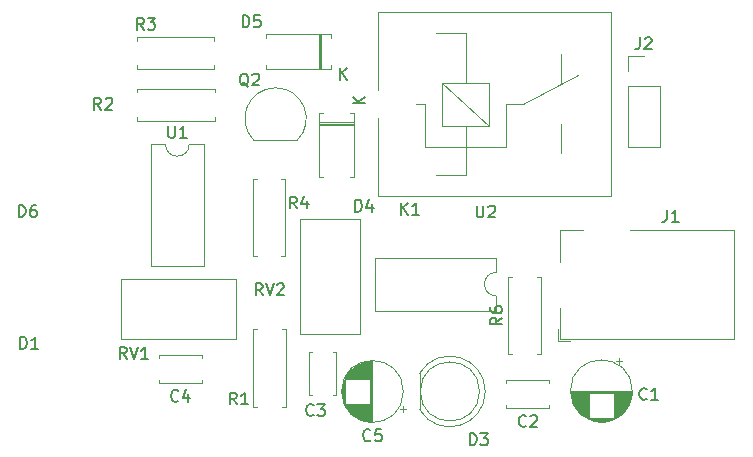
<source format=gbr>
G04 #@! TF.GenerationSoftware,KiCad,Pcbnew,(5.1.4)-1*
G04 #@! TF.CreationDate,2020-05-23T20:06:20+05:30*
G04 #@! TF.ProjectId,v1.0,76312e30-2e6b-4696-9361-645f70636258,rev?*
G04 #@! TF.SameCoordinates,Original*
G04 #@! TF.FileFunction,Legend,Top*
G04 #@! TF.FilePolarity,Positive*
%FSLAX46Y46*%
G04 Gerber Fmt 4.6, Leading zero omitted, Abs format (unit mm)*
G04 Created by KiCad (PCBNEW (5.1.4)-1) date 2020-05-23 20:06:20*
%MOMM*%
%LPD*%
G04 APERTURE LIST*
%ADD10C,0.120000*%
%ADD11C,0.150000*%
G04 APERTURE END LIST*
D10*
X138090000Y-119720000D02*
X139420000Y-119720000D01*
X138090000Y-121050000D02*
X138090000Y-119720000D01*
X138090000Y-122320000D02*
X140750000Y-122320000D01*
X140750000Y-122320000D02*
X140750000Y-127460000D01*
X138090000Y-122320000D02*
X138090000Y-127460000D01*
X138090000Y-127460000D02*
X140750000Y-127460000D01*
X110078478Y-126878478D02*
G75*
G03X108240000Y-122440000I-1838478J1838478D01*
G01*
X106401522Y-126878478D02*
G75*
G02X108240000Y-122440000I1838478J1838478D01*
G01*
X106440000Y-126890000D02*
X110040000Y-126890000D01*
X132360000Y-143690000D02*
X132360000Y-141090000D01*
X147060000Y-143690000D02*
X132360000Y-143690000D01*
X132360000Y-134490000D02*
X134260000Y-134490000D01*
X132360000Y-137190000D02*
X132360000Y-134490000D01*
X147060000Y-134490000D02*
X147060000Y-143690000D01*
X138260000Y-134490000D02*
X147060000Y-134490000D01*
X133210000Y-143890000D02*
X132160000Y-143890000D01*
X132160000Y-142840000D02*
X132160000Y-143890000D01*
X126330000Y-125640000D02*
X122330000Y-125640000D01*
X126330000Y-122040000D02*
X126330000Y-125640000D01*
X122330000Y-122040000D02*
X126330000Y-122040000D01*
X122330000Y-125640000D02*
X122330000Y-122040000D01*
X126330000Y-125640000D02*
X122330000Y-122040000D01*
X124330000Y-125640000D02*
X124330000Y-129840000D01*
X124330000Y-117840000D02*
X124330000Y-122040000D01*
X120930000Y-123840000D02*
X120930000Y-127440000D01*
X127730000Y-123840000D02*
X127730000Y-127440000D01*
X127730000Y-127440000D02*
X120930000Y-127440000D01*
X129230000Y-123840000D02*
X133830000Y-121340000D01*
X127730000Y-123840000D02*
X129230000Y-123840000D01*
X124330000Y-117840000D02*
X121830000Y-117840000D01*
X120930000Y-123840000D02*
X120130000Y-123840000D01*
X121830000Y-129840000D02*
X124330000Y-129840000D01*
X132430000Y-119590000D02*
X132430000Y-122090000D01*
X132430000Y-127990000D02*
X132430000Y-125540000D01*
X136680000Y-131590000D02*
X116880000Y-131590000D01*
X136680000Y-115990000D02*
X136680000Y-131590000D01*
X116880000Y-115990000D02*
X136680000Y-115990000D01*
X116880000Y-115990000D02*
X116880000Y-122590000D01*
X116880000Y-124990000D02*
X116880000Y-131590000D01*
X137545000Y-145545225D02*
X137045000Y-145545225D01*
X137295000Y-145295225D02*
X137295000Y-145795225D01*
X136104000Y-150701000D02*
X135536000Y-150701000D01*
X136338000Y-150661000D02*
X135302000Y-150661000D01*
X136497000Y-150621000D02*
X135143000Y-150621000D01*
X136625000Y-150581000D02*
X135015000Y-150581000D01*
X136735000Y-150541000D02*
X134905000Y-150541000D01*
X136831000Y-150501000D02*
X134809000Y-150501000D01*
X136918000Y-150461000D02*
X134722000Y-150461000D01*
X136998000Y-150421000D02*
X134642000Y-150421000D01*
X134780000Y-150381000D02*
X134569000Y-150381000D01*
X137071000Y-150381000D02*
X136860000Y-150381000D01*
X134780000Y-150341000D02*
X134501000Y-150341000D01*
X137139000Y-150341000D02*
X136860000Y-150341000D01*
X134780000Y-150301000D02*
X134437000Y-150301000D01*
X137203000Y-150301000D02*
X136860000Y-150301000D01*
X134780000Y-150261000D02*
X134377000Y-150261000D01*
X137263000Y-150261000D02*
X136860000Y-150261000D01*
X134780000Y-150221000D02*
X134320000Y-150221000D01*
X137320000Y-150221000D02*
X136860000Y-150221000D01*
X134780000Y-150181000D02*
X134266000Y-150181000D01*
X137374000Y-150181000D02*
X136860000Y-150181000D01*
X134780000Y-150141000D02*
X134215000Y-150141000D01*
X137425000Y-150141000D02*
X136860000Y-150141000D01*
X134780000Y-150101000D02*
X134167000Y-150101000D01*
X137473000Y-150101000D02*
X136860000Y-150101000D01*
X134780000Y-150061000D02*
X134121000Y-150061000D01*
X137519000Y-150061000D02*
X136860000Y-150061000D01*
X134780000Y-150021000D02*
X134077000Y-150021000D01*
X137563000Y-150021000D02*
X136860000Y-150021000D01*
X134780000Y-149981000D02*
X134035000Y-149981000D01*
X137605000Y-149981000D02*
X136860000Y-149981000D01*
X134780000Y-149941000D02*
X133994000Y-149941000D01*
X137646000Y-149941000D02*
X136860000Y-149941000D01*
X134780000Y-149901000D02*
X133956000Y-149901000D01*
X137684000Y-149901000D02*
X136860000Y-149901000D01*
X134780000Y-149861000D02*
X133919000Y-149861000D01*
X137721000Y-149861000D02*
X136860000Y-149861000D01*
X134780000Y-149821000D02*
X133883000Y-149821000D01*
X137757000Y-149821000D02*
X136860000Y-149821000D01*
X134780000Y-149781000D02*
X133849000Y-149781000D01*
X137791000Y-149781000D02*
X136860000Y-149781000D01*
X134780000Y-149741000D02*
X133816000Y-149741000D01*
X137824000Y-149741000D02*
X136860000Y-149741000D01*
X134780000Y-149701000D02*
X133785000Y-149701000D01*
X137855000Y-149701000D02*
X136860000Y-149701000D01*
X134780000Y-149661000D02*
X133755000Y-149661000D01*
X137885000Y-149661000D02*
X136860000Y-149661000D01*
X134780000Y-149621000D02*
X133725000Y-149621000D01*
X137915000Y-149621000D02*
X136860000Y-149621000D01*
X134780000Y-149581000D02*
X133698000Y-149581000D01*
X137942000Y-149581000D02*
X136860000Y-149581000D01*
X134780000Y-149541000D02*
X133671000Y-149541000D01*
X137969000Y-149541000D02*
X136860000Y-149541000D01*
X134780000Y-149501000D02*
X133645000Y-149501000D01*
X137995000Y-149501000D02*
X136860000Y-149501000D01*
X134780000Y-149461000D02*
X133620000Y-149461000D01*
X138020000Y-149461000D02*
X136860000Y-149461000D01*
X134780000Y-149421000D02*
X133596000Y-149421000D01*
X138044000Y-149421000D02*
X136860000Y-149421000D01*
X134780000Y-149381000D02*
X133573000Y-149381000D01*
X138067000Y-149381000D02*
X136860000Y-149381000D01*
X134780000Y-149341000D02*
X133552000Y-149341000D01*
X138088000Y-149341000D02*
X136860000Y-149341000D01*
X134780000Y-149301000D02*
X133530000Y-149301000D01*
X138110000Y-149301000D02*
X136860000Y-149301000D01*
X134780000Y-149261000D02*
X133510000Y-149261000D01*
X138130000Y-149261000D02*
X136860000Y-149261000D01*
X134780000Y-149221000D02*
X133491000Y-149221000D01*
X138149000Y-149221000D02*
X136860000Y-149221000D01*
X134780000Y-149181000D02*
X133472000Y-149181000D01*
X138168000Y-149181000D02*
X136860000Y-149181000D01*
X134780000Y-149141000D02*
X133455000Y-149141000D01*
X138185000Y-149141000D02*
X136860000Y-149141000D01*
X134780000Y-149101000D02*
X133438000Y-149101000D01*
X138202000Y-149101000D02*
X136860000Y-149101000D01*
X134780000Y-149061000D02*
X133422000Y-149061000D01*
X138218000Y-149061000D02*
X136860000Y-149061000D01*
X134780000Y-149021000D02*
X133406000Y-149021000D01*
X138234000Y-149021000D02*
X136860000Y-149021000D01*
X134780000Y-148981000D02*
X133392000Y-148981000D01*
X138248000Y-148981000D02*
X136860000Y-148981000D01*
X134780000Y-148941000D02*
X133378000Y-148941000D01*
X138262000Y-148941000D02*
X136860000Y-148941000D01*
X134780000Y-148901000D02*
X133365000Y-148901000D01*
X138275000Y-148901000D02*
X136860000Y-148901000D01*
X134780000Y-148861000D02*
X133352000Y-148861000D01*
X138288000Y-148861000D02*
X136860000Y-148861000D01*
X134780000Y-148821000D02*
X133340000Y-148821000D01*
X138300000Y-148821000D02*
X136860000Y-148821000D01*
X134780000Y-148780000D02*
X133329000Y-148780000D01*
X138311000Y-148780000D02*
X136860000Y-148780000D01*
X134780000Y-148740000D02*
X133319000Y-148740000D01*
X138321000Y-148740000D02*
X136860000Y-148740000D01*
X134780000Y-148700000D02*
X133309000Y-148700000D01*
X138331000Y-148700000D02*
X136860000Y-148700000D01*
X134780000Y-148660000D02*
X133300000Y-148660000D01*
X138340000Y-148660000D02*
X136860000Y-148660000D01*
X134780000Y-148620000D02*
X133292000Y-148620000D01*
X138348000Y-148620000D02*
X136860000Y-148620000D01*
X134780000Y-148580000D02*
X133284000Y-148580000D01*
X138356000Y-148580000D02*
X136860000Y-148580000D01*
X134780000Y-148540000D02*
X133277000Y-148540000D01*
X138363000Y-148540000D02*
X136860000Y-148540000D01*
X134780000Y-148500000D02*
X133270000Y-148500000D01*
X138370000Y-148500000D02*
X136860000Y-148500000D01*
X134780000Y-148460000D02*
X133264000Y-148460000D01*
X138376000Y-148460000D02*
X136860000Y-148460000D01*
X134780000Y-148420000D02*
X133259000Y-148420000D01*
X138381000Y-148420000D02*
X136860000Y-148420000D01*
X134780000Y-148380000D02*
X133255000Y-148380000D01*
X138385000Y-148380000D02*
X136860000Y-148380000D01*
X134780000Y-148340000D02*
X133251000Y-148340000D01*
X138389000Y-148340000D02*
X136860000Y-148340000D01*
X138393000Y-148300000D02*
X133247000Y-148300000D01*
X138396000Y-148260000D02*
X133244000Y-148260000D01*
X138398000Y-148220000D02*
X133242000Y-148220000D01*
X138399000Y-148180000D02*
X133241000Y-148180000D01*
X138400000Y-148140000D02*
X133240000Y-148140000D01*
X138400000Y-148100000D02*
X133240000Y-148100000D01*
X138440000Y-148100000D02*
G75*
G03X138440000Y-148100000I-2620000J0D01*
G01*
X131430000Y-149560000D02*
X127790000Y-149560000D01*
X131430000Y-147220000D02*
X127790000Y-147220000D01*
X131430000Y-149560000D02*
X131430000Y-149315000D01*
X131430000Y-147465000D02*
X131430000Y-147220000D01*
X127790000Y-149560000D02*
X127790000Y-149315000D01*
X127790000Y-147465000D02*
X127790000Y-147220000D01*
X113390000Y-144790000D02*
X113390000Y-148430000D01*
X111050000Y-144790000D02*
X111050000Y-148430000D01*
X113390000Y-144790000D02*
X113145000Y-144790000D01*
X111295000Y-144790000D02*
X111050000Y-144790000D01*
X113390000Y-148430000D02*
X113145000Y-148430000D01*
X111295000Y-148430000D02*
X111050000Y-148430000D01*
X98350000Y-145335000D02*
X98350000Y-145090000D01*
X98350000Y-147430000D02*
X98350000Y-147185000D01*
X101990000Y-145335000D02*
X101990000Y-145090000D01*
X101990000Y-147430000D02*
X101990000Y-147185000D01*
X101990000Y-145090000D02*
X98350000Y-145090000D01*
X101990000Y-147430000D02*
X98350000Y-147430000D01*
X119060000Y-148150000D02*
G75*
G03X119060000Y-148150000I-2620000J0D01*
G01*
X116440000Y-150730000D02*
X116440000Y-145570000D01*
X116400000Y-150730000D02*
X116400000Y-145570000D01*
X116360000Y-150729000D02*
X116360000Y-145571000D01*
X116320000Y-150728000D02*
X116320000Y-145572000D01*
X116280000Y-150726000D02*
X116280000Y-145574000D01*
X116240000Y-150723000D02*
X116240000Y-145577000D01*
X116200000Y-150719000D02*
X116200000Y-149190000D01*
X116200000Y-147110000D02*
X116200000Y-145581000D01*
X116160000Y-150715000D02*
X116160000Y-149190000D01*
X116160000Y-147110000D02*
X116160000Y-145585000D01*
X116120000Y-150711000D02*
X116120000Y-149190000D01*
X116120000Y-147110000D02*
X116120000Y-145589000D01*
X116080000Y-150706000D02*
X116080000Y-149190000D01*
X116080000Y-147110000D02*
X116080000Y-145594000D01*
X116040000Y-150700000D02*
X116040000Y-149190000D01*
X116040000Y-147110000D02*
X116040000Y-145600000D01*
X116000000Y-150693000D02*
X116000000Y-149190000D01*
X116000000Y-147110000D02*
X116000000Y-145607000D01*
X115960000Y-150686000D02*
X115960000Y-149190000D01*
X115960000Y-147110000D02*
X115960000Y-145614000D01*
X115920000Y-150678000D02*
X115920000Y-149190000D01*
X115920000Y-147110000D02*
X115920000Y-145622000D01*
X115880000Y-150670000D02*
X115880000Y-149190000D01*
X115880000Y-147110000D02*
X115880000Y-145630000D01*
X115840000Y-150661000D02*
X115840000Y-149190000D01*
X115840000Y-147110000D02*
X115840000Y-145639000D01*
X115800000Y-150651000D02*
X115800000Y-149190000D01*
X115800000Y-147110000D02*
X115800000Y-145649000D01*
X115760000Y-150641000D02*
X115760000Y-149190000D01*
X115760000Y-147110000D02*
X115760000Y-145659000D01*
X115719000Y-150630000D02*
X115719000Y-149190000D01*
X115719000Y-147110000D02*
X115719000Y-145670000D01*
X115679000Y-150618000D02*
X115679000Y-149190000D01*
X115679000Y-147110000D02*
X115679000Y-145682000D01*
X115639000Y-150605000D02*
X115639000Y-149190000D01*
X115639000Y-147110000D02*
X115639000Y-145695000D01*
X115599000Y-150592000D02*
X115599000Y-149190000D01*
X115599000Y-147110000D02*
X115599000Y-145708000D01*
X115559000Y-150578000D02*
X115559000Y-149190000D01*
X115559000Y-147110000D02*
X115559000Y-145722000D01*
X115519000Y-150564000D02*
X115519000Y-149190000D01*
X115519000Y-147110000D02*
X115519000Y-145736000D01*
X115479000Y-150548000D02*
X115479000Y-149190000D01*
X115479000Y-147110000D02*
X115479000Y-145752000D01*
X115439000Y-150532000D02*
X115439000Y-149190000D01*
X115439000Y-147110000D02*
X115439000Y-145768000D01*
X115399000Y-150515000D02*
X115399000Y-149190000D01*
X115399000Y-147110000D02*
X115399000Y-145785000D01*
X115359000Y-150498000D02*
X115359000Y-149190000D01*
X115359000Y-147110000D02*
X115359000Y-145802000D01*
X115319000Y-150479000D02*
X115319000Y-149190000D01*
X115319000Y-147110000D02*
X115319000Y-145821000D01*
X115279000Y-150460000D02*
X115279000Y-149190000D01*
X115279000Y-147110000D02*
X115279000Y-145840000D01*
X115239000Y-150440000D02*
X115239000Y-149190000D01*
X115239000Y-147110000D02*
X115239000Y-145860000D01*
X115199000Y-150418000D02*
X115199000Y-149190000D01*
X115199000Y-147110000D02*
X115199000Y-145882000D01*
X115159000Y-150397000D02*
X115159000Y-149190000D01*
X115159000Y-147110000D02*
X115159000Y-145903000D01*
X115119000Y-150374000D02*
X115119000Y-149190000D01*
X115119000Y-147110000D02*
X115119000Y-145926000D01*
X115079000Y-150350000D02*
X115079000Y-149190000D01*
X115079000Y-147110000D02*
X115079000Y-145950000D01*
X115039000Y-150325000D02*
X115039000Y-149190000D01*
X115039000Y-147110000D02*
X115039000Y-145975000D01*
X114999000Y-150299000D02*
X114999000Y-149190000D01*
X114999000Y-147110000D02*
X114999000Y-146001000D01*
X114959000Y-150272000D02*
X114959000Y-149190000D01*
X114959000Y-147110000D02*
X114959000Y-146028000D01*
X114919000Y-150245000D02*
X114919000Y-149190000D01*
X114919000Y-147110000D02*
X114919000Y-146055000D01*
X114879000Y-150215000D02*
X114879000Y-149190000D01*
X114879000Y-147110000D02*
X114879000Y-146085000D01*
X114839000Y-150185000D02*
X114839000Y-149190000D01*
X114839000Y-147110000D02*
X114839000Y-146115000D01*
X114799000Y-150154000D02*
X114799000Y-149190000D01*
X114799000Y-147110000D02*
X114799000Y-146146000D01*
X114759000Y-150121000D02*
X114759000Y-149190000D01*
X114759000Y-147110000D02*
X114759000Y-146179000D01*
X114719000Y-150087000D02*
X114719000Y-149190000D01*
X114719000Y-147110000D02*
X114719000Y-146213000D01*
X114679000Y-150051000D02*
X114679000Y-149190000D01*
X114679000Y-147110000D02*
X114679000Y-146249000D01*
X114639000Y-150014000D02*
X114639000Y-149190000D01*
X114639000Y-147110000D02*
X114639000Y-146286000D01*
X114599000Y-149976000D02*
X114599000Y-149190000D01*
X114599000Y-147110000D02*
X114599000Y-146324000D01*
X114559000Y-149935000D02*
X114559000Y-149190000D01*
X114559000Y-147110000D02*
X114559000Y-146365000D01*
X114519000Y-149893000D02*
X114519000Y-149190000D01*
X114519000Y-147110000D02*
X114519000Y-146407000D01*
X114479000Y-149849000D02*
X114479000Y-149190000D01*
X114479000Y-147110000D02*
X114479000Y-146451000D01*
X114439000Y-149803000D02*
X114439000Y-149190000D01*
X114439000Y-147110000D02*
X114439000Y-146497000D01*
X114399000Y-149755000D02*
X114399000Y-149190000D01*
X114399000Y-147110000D02*
X114399000Y-146545000D01*
X114359000Y-149704000D02*
X114359000Y-149190000D01*
X114359000Y-147110000D02*
X114359000Y-146596000D01*
X114319000Y-149650000D02*
X114319000Y-149190000D01*
X114319000Y-147110000D02*
X114319000Y-146650000D01*
X114279000Y-149593000D02*
X114279000Y-149190000D01*
X114279000Y-147110000D02*
X114279000Y-146707000D01*
X114239000Y-149533000D02*
X114239000Y-149190000D01*
X114239000Y-147110000D02*
X114239000Y-146767000D01*
X114199000Y-149469000D02*
X114199000Y-149190000D01*
X114199000Y-147110000D02*
X114199000Y-146831000D01*
X114159000Y-149401000D02*
X114159000Y-149190000D01*
X114159000Y-147110000D02*
X114159000Y-146899000D01*
X114119000Y-149328000D02*
X114119000Y-146972000D01*
X114079000Y-149248000D02*
X114079000Y-147052000D01*
X114039000Y-149161000D02*
X114039000Y-147139000D01*
X113999000Y-149065000D02*
X113999000Y-147235000D01*
X113959000Y-148955000D02*
X113959000Y-147345000D01*
X113919000Y-148827000D02*
X113919000Y-147473000D01*
X113879000Y-148668000D02*
X113879000Y-147632000D01*
X113839000Y-148434000D02*
X113839000Y-147866000D01*
X119244775Y-149625000D02*
X118744775Y-149625000D01*
X118994775Y-149875000D02*
X118994775Y-149375000D01*
X125990000Y-148150462D02*
G75*
G03X120440000Y-146605170I-2990000J462D01*
G01*
X125990000Y-148149538D02*
G75*
G02X120440000Y-149694830I-2990000J-462D01*
G01*
X125500000Y-148150000D02*
G75*
G03X125500000Y-148150000I-2500000J0D01*
G01*
X120440000Y-146605000D02*
X120440000Y-149695000D01*
X114560000Y-124590000D02*
X114890000Y-124590000D01*
X114890000Y-124590000D02*
X114890000Y-130030000D01*
X114890000Y-130030000D02*
X114560000Y-130030000D01*
X112280000Y-124590000D02*
X111950000Y-124590000D01*
X111950000Y-124590000D02*
X111950000Y-130030000D01*
X111950000Y-130030000D02*
X112280000Y-130030000D01*
X114890000Y-125490000D02*
X111950000Y-125490000D01*
X114890000Y-125610000D02*
X111950000Y-125610000D01*
X114890000Y-125370000D02*
X111950000Y-125370000D01*
X112120000Y-120860000D02*
X112120000Y-117920000D01*
X111880000Y-120860000D02*
X111880000Y-117920000D01*
X112000000Y-120860000D02*
X112000000Y-117920000D01*
X107460000Y-117920000D02*
X107460000Y-118250000D01*
X112900000Y-117920000D02*
X107460000Y-117920000D01*
X112900000Y-118250000D02*
X112900000Y-117920000D01*
X107460000Y-120860000D02*
X107460000Y-120530000D01*
X112900000Y-120860000D02*
X107460000Y-120860000D01*
X112900000Y-120530000D02*
X112900000Y-120860000D01*
X108780000Y-142890000D02*
X109110000Y-142890000D01*
X109110000Y-142890000D02*
X109110000Y-149430000D01*
X109110000Y-149430000D02*
X108780000Y-149430000D01*
X106700000Y-142890000D02*
X106370000Y-142890000D01*
X106370000Y-142890000D02*
X106370000Y-149430000D01*
X106370000Y-149430000D02*
X106700000Y-149430000D01*
X103090000Y-125240000D02*
X103090000Y-124910000D01*
X96550000Y-125240000D02*
X103090000Y-125240000D01*
X96550000Y-124910000D02*
X96550000Y-125240000D01*
X103090000Y-122500000D02*
X103090000Y-122830000D01*
X96550000Y-122500000D02*
X103090000Y-122500000D01*
X96550000Y-122830000D02*
X96550000Y-122500000D01*
X103060000Y-120850000D02*
X103060000Y-120520000D01*
X96520000Y-120850000D02*
X103060000Y-120850000D01*
X96520000Y-120520000D02*
X96520000Y-120850000D01*
X103060000Y-118110000D02*
X103060000Y-118440000D01*
X96520000Y-118110000D02*
X103060000Y-118110000D01*
X96520000Y-118440000D02*
X96520000Y-118110000D01*
X108740000Y-130150000D02*
X109070000Y-130150000D01*
X109070000Y-130150000D02*
X109070000Y-136690000D01*
X109070000Y-136690000D02*
X108740000Y-136690000D01*
X106660000Y-130150000D02*
X106330000Y-130150000D01*
X106330000Y-130150000D02*
X106330000Y-136690000D01*
X106330000Y-136690000D02*
X106660000Y-136690000D01*
X130690000Y-138460000D02*
X130360000Y-138460000D01*
X130690000Y-145000000D02*
X130690000Y-138460000D01*
X130360000Y-145000000D02*
X130690000Y-145000000D01*
X127950000Y-138460000D02*
X128280000Y-138460000D01*
X127950000Y-145000000D02*
X127950000Y-138460000D01*
X128280000Y-145000000D02*
X127950000Y-145000000D01*
X104915000Y-138650000D02*
X104915000Y-143720000D01*
X95145000Y-138650000D02*
X95145000Y-143720000D01*
X95145000Y-143720000D02*
X104915000Y-143720000D01*
X95145000Y-138650000D02*
X104915000Y-138650000D01*
X110280000Y-143285000D02*
X110280000Y-133515000D01*
X115350000Y-143285000D02*
X115350000Y-133515000D01*
X110280000Y-143285000D02*
X115350000Y-143285000D01*
X110280000Y-133515000D02*
X115350000Y-133515000D01*
X102170000Y-127230000D02*
X100920000Y-127230000D01*
X102170000Y-137510000D02*
X102170000Y-127230000D01*
X97670000Y-137510000D02*
X102170000Y-137510000D01*
X97670000Y-127230000D02*
X97670000Y-137510000D01*
X98920000Y-127230000D02*
X97670000Y-127230000D01*
X100920000Y-127230000D02*
G75*
G02X98920000Y-127230000I-1000000J0D01*
G01*
X126930000Y-140060000D02*
G75*
G02X126930000Y-138060000I0J1000000D01*
G01*
X126930000Y-138060000D02*
X126930000Y-136810000D01*
X126930000Y-136810000D02*
X116650000Y-136810000D01*
X116650000Y-136810000D02*
X116650000Y-141310000D01*
X116650000Y-141310000D02*
X126930000Y-141310000D01*
X126930000Y-141310000D02*
X126930000Y-140060000D01*
D11*
X139086666Y-118172380D02*
X139086666Y-118886666D01*
X139039047Y-119029523D01*
X138943809Y-119124761D01*
X138800952Y-119172380D01*
X138705714Y-119172380D01*
X139515238Y-118267619D02*
X139562857Y-118220000D01*
X139658095Y-118172380D01*
X139896190Y-118172380D01*
X139991428Y-118220000D01*
X140039047Y-118267619D01*
X140086666Y-118362857D01*
X140086666Y-118458095D01*
X140039047Y-118600952D01*
X139467619Y-119172380D01*
X140086666Y-119172380D01*
X105944761Y-122337619D02*
X105849523Y-122290000D01*
X105754285Y-122194761D01*
X105611428Y-122051904D01*
X105516190Y-122004285D01*
X105420952Y-122004285D01*
X105468571Y-122242380D02*
X105373333Y-122194761D01*
X105278095Y-122099523D01*
X105230476Y-121909047D01*
X105230476Y-121575714D01*
X105278095Y-121385238D01*
X105373333Y-121290000D01*
X105468571Y-121242380D01*
X105659047Y-121242380D01*
X105754285Y-121290000D01*
X105849523Y-121385238D01*
X105897142Y-121575714D01*
X105897142Y-121909047D01*
X105849523Y-122099523D01*
X105754285Y-122194761D01*
X105659047Y-122242380D01*
X105468571Y-122242380D01*
X106278095Y-121337619D02*
X106325714Y-121290000D01*
X106420952Y-121242380D01*
X106659047Y-121242380D01*
X106754285Y-121290000D01*
X106801904Y-121337619D01*
X106849523Y-121432857D01*
X106849523Y-121528095D01*
X106801904Y-121670952D01*
X106230476Y-122242380D01*
X106849523Y-122242380D01*
X141376666Y-132792380D02*
X141376666Y-133506666D01*
X141329047Y-133649523D01*
X141233809Y-133744761D01*
X141090952Y-133792380D01*
X140995714Y-133792380D01*
X142376666Y-133792380D02*
X141805238Y-133792380D01*
X142090952Y-133792380D02*
X142090952Y-132792380D01*
X141995714Y-132935238D01*
X141900476Y-133030476D01*
X141805238Y-133078095D01*
X86501904Y-133382380D02*
X86501904Y-132382380D01*
X86740000Y-132382380D01*
X86882857Y-132430000D01*
X86978095Y-132525238D01*
X87025714Y-132620476D01*
X87073333Y-132810952D01*
X87073333Y-132953809D01*
X87025714Y-133144285D01*
X86978095Y-133239523D01*
X86882857Y-133334761D01*
X86740000Y-133382380D01*
X86501904Y-133382380D01*
X87930476Y-132382380D02*
X87740000Y-132382380D01*
X87644761Y-132430000D01*
X87597142Y-132477619D01*
X87501904Y-132620476D01*
X87454285Y-132810952D01*
X87454285Y-133191904D01*
X87501904Y-133287142D01*
X87549523Y-133334761D01*
X87644761Y-133382380D01*
X87835238Y-133382380D01*
X87930476Y-133334761D01*
X87978095Y-133287142D01*
X88025714Y-133191904D01*
X88025714Y-132953809D01*
X87978095Y-132858571D01*
X87930476Y-132810952D01*
X87835238Y-132763333D01*
X87644761Y-132763333D01*
X87549523Y-132810952D01*
X87501904Y-132858571D01*
X87454285Y-132953809D01*
X86611904Y-144532380D02*
X86611904Y-143532380D01*
X86850000Y-143532380D01*
X86992857Y-143580000D01*
X87088095Y-143675238D01*
X87135714Y-143770476D01*
X87183333Y-143960952D01*
X87183333Y-144103809D01*
X87135714Y-144294285D01*
X87088095Y-144389523D01*
X86992857Y-144484761D01*
X86850000Y-144532380D01*
X86611904Y-144532380D01*
X88135714Y-144532380D02*
X87564285Y-144532380D01*
X87850000Y-144532380D02*
X87850000Y-143532380D01*
X87754761Y-143675238D01*
X87659523Y-143770476D01*
X87564285Y-143818095D01*
X118861904Y-133172380D02*
X118861904Y-132172380D01*
X119433333Y-133172380D02*
X119004761Y-132600952D01*
X119433333Y-132172380D02*
X118861904Y-132743809D01*
X120385714Y-133172380D02*
X119814285Y-133172380D01*
X120100000Y-133172380D02*
X120100000Y-132172380D01*
X120004761Y-132315238D01*
X119909523Y-132410476D01*
X119814285Y-132458095D01*
X139663333Y-148767142D02*
X139615714Y-148814761D01*
X139472857Y-148862380D01*
X139377619Y-148862380D01*
X139234761Y-148814761D01*
X139139523Y-148719523D01*
X139091904Y-148624285D01*
X139044285Y-148433809D01*
X139044285Y-148290952D01*
X139091904Y-148100476D01*
X139139523Y-148005238D01*
X139234761Y-147910000D01*
X139377619Y-147862380D01*
X139472857Y-147862380D01*
X139615714Y-147910000D01*
X139663333Y-147957619D01*
X140615714Y-148862380D02*
X140044285Y-148862380D01*
X140330000Y-148862380D02*
X140330000Y-147862380D01*
X140234761Y-148005238D01*
X140139523Y-148100476D01*
X140044285Y-148148095D01*
X129443333Y-151047142D02*
X129395714Y-151094761D01*
X129252857Y-151142380D01*
X129157619Y-151142380D01*
X129014761Y-151094761D01*
X128919523Y-150999523D01*
X128871904Y-150904285D01*
X128824285Y-150713809D01*
X128824285Y-150570952D01*
X128871904Y-150380476D01*
X128919523Y-150285238D01*
X129014761Y-150190000D01*
X129157619Y-150142380D01*
X129252857Y-150142380D01*
X129395714Y-150190000D01*
X129443333Y-150237619D01*
X129824285Y-150237619D02*
X129871904Y-150190000D01*
X129967142Y-150142380D01*
X130205238Y-150142380D01*
X130300476Y-150190000D01*
X130348095Y-150237619D01*
X130395714Y-150332857D01*
X130395714Y-150428095D01*
X130348095Y-150570952D01*
X129776666Y-151142380D01*
X130395714Y-151142380D01*
X111453333Y-150137142D02*
X111405714Y-150184761D01*
X111262857Y-150232380D01*
X111167619Y-150232380D01*
X111024761Y-150184761D01*
X110929523Y-150089523D01*
X110881904Y-149994285D01*
X110834285Y-149803809D01*
X110834285Y-149660952D01*
X110881904Y-149470476D01*
X110929523Y-149375238D01*
X111024761Y-149280000D01*
X111167619Y-149232380D01*
X111262857Y-149232380D01*
X111405714Y-149280000D01*
X111453333Y-149327619D01*
X111786666Y-149232380D02*
X112405714Y-149232380D01*
X112072380Y-149613333D01*
X112215238Y-149613333D01*
X112310476Y-149660952D01*
X112358095Y-149708571D01*
X112405714Y-149803809D01*
X112405714Y-150041904D01*
X112358095Y-150137142D01*
X112310476Y-150184761D01*
X112215238Y-150232380D01*
X111929523Y-150232380D01*
X111834285Y-150184761D01*
X111786666Y-150137142D01*
X100003333Y-148917142D02*
X99955714Y-148964761D01*
X99812857Y-149012380D01*
X99717619Y-149012380D01*
X99574761Y-148964761D01*
X99479523Y-148869523D01*
X99431904Y-148774285D01*
X99384285Y-148583809D01*
X99384285Y-148440952D01*
X99431904Y-148250476D01*
X99479523Y-148155238D01*
X99574761Y-148060000D01*
X99717619Y-148012380D01*
X99812857Y-148012380D01*
X99955714Y-148060000D01*
X100003333Y-148107619D01*
X100860476Y-148345714D02*
X100860476Y-149012380D01*
X100622380Y-147964761D02*
X100384285Y-148679047D01*
X101003333Y-148679047D01*
X116273333Y-152257142D02*
X116225714Y-152304761D01*
X116082857Y-152352380D01*
X115987619Y-152352380D01*
X115844761Y-152304761D01*
X115749523Y-152209523D01*
X115701904Y-152114285D01*
X115654285Y-151923809D01*
X115654285Y-151780952D01*
X115701904Y-151590476D01*
X115749523Y-151495238D01*
X115844761Y-151400000D01*
X115987619Y-151352380D01*
X116082857Y-151352380D01*
X116225714Y-151400000D01*
X116273333Y-151447619D01*
X117178095Y-151352380D02*
X116701904Y-151352380D01*
X116654285Y-151828571D01*
X116701904Y-151780952D01*
X116797142Y-151733333D01*
X117035238Y-151733333D01*
X117130476Y-151780952D01*
X117178095Y-151828571D01*
X117225714Y-151923809D01*
X117225714Y-152161904D01*
X117178095Y-152257142D01*
X117130476Y-152304761D01*
X117035238Y-152352380D01*
X116797142Y-152352380D01*
X116701904Y-152304761D01*
X116654285Y-152257142D01*
X124681904Y-152702380D02*
X124681904Y-151702380D01*
X124920000Y-151702380D01*
X125062857Y-151750000D01*
X125158095Y-151845238D01*
X125205714Y-151940476D01*
X125253333Y-152130952D01*
X125253333Y-152273809D01*
X125205714Y-152464285D01*
X125158095Y-152559523D01*
X125062857Y-152654761D01*
X124920000Y-152702380D01*
X124681904Y-152702380D01*
X125586666Y-151702380D02*
X126205714Y-151702380D01*
X125872380Y-152083333D01*
X126015238Y-152083333D01*
X126110476Y-152130952D01*
X126158095Y-152178571D01*
X126205714Y-152273809D01*
X126205714Y-152511904D01*
X126158095Y-152607142D01*
X126110476Y-152654761D01*
X126015238Y-152702380D01*
X125729523Y-152702380D01*
X125634285Y-152654761D01*
X125586666Y-152607142D01*
X114981904Y-132922380D02*
X114981904Y-131922380D01*
X115220000Y-131922380D01*
X115362857Y-131970000D01*
X115458095Y-132065238D01*
X115505714Y-132160476D01*
X115553333Y-132350952D01*
X115553333Y-132493809D01*
X115505714Y-132684285D01*
X115458095Y-132779523D01*
X115362857Y-132874761D01*
X115220000Y-132922380D01*
X114981904Y-132922380D01*
X116410476Y-132255714D02*
X116410476Y-132922380D01*
X116172380Y-131874761D02*
X115934285Y-132589047D01*
X116553333Y-132589047D01*
X115772380Y-123761904D02*
X114772380Y-123761904D01*
X115772380Y-123190476D02*
X115200952Y-123619047D01*
X114772380Y-123190476D02*
X115343809Y-123761904D01*
X105441904Y-117312380D02*
X105441904Y-116312380D01*
X105680000Y-116312380D01*
X105822857Y-116360000D01*
X105918095Y-116455238D01*
X105965714Y-116550476D01*
X106013333Y-116740952D01*
X106013333Y-116883809D01*
X105965714Y-117074285D01*
X105918095Y-117169523D01*
X105822857Y-117264761D01*
X105680000Y-117312380D01*
X105441904Y-117312380D01*
X106918095Y-116312380D02*
X106441904Y-116312380D01*
X106394285Y-116788571D01*
X106441904Y-116740952D01*
X106537142Y-116693333D01*
X106775238Y-116693333D01*
X106870476Y-116740952D01*
X106918095Y-116788571D01*
X106965714Y-116883809D01*
X106965714Y-117121904D01*
X106918095Y-117217142D01*
X106870476Y-117264761D01*
X106775238Y-117312380D01*
X106537142Y-117312380D01*
X106441904Y-117264761D01*
X106394285Y-117217142D01*
X113728095Y-121742380D02*
X113728095Y-120742380D01*
X114299523Y-121742380D02*
X113870952Y-121170952D01*
X114299523Y-120742380D02*
X113728095Y-121313809D01*
X104953333Y-149242380D02*
X104620000Y-148766190D01*
X104381904Y-149242380D02*
X104381904Y-148242380D01*
X104762857Y-148242380D01*
X104858095Y-148290000D01*
X104905714Y-148337619D01*
X104953333Y-148432857D01*
X104953333Y-148575714D01*
X104905714Y-148670952D01*
X104858095Y-148718571D01*
X104762857Y-148766190D01*
X104381904Y-148766190D01*
X105905714Y-149242380D02*
X105334285Y-149242380D01*
X105620000Y-149242380D02*
X105620000Y-148242380D01*
X105524761Y-148385238D01*
X105429523Y-148480476D01*
X105334285Y-148528095D01*
X93463333Y-124292380D02*
X93130000Y-123816190D01*
X92891904Y-124292380D02*
X92891904Y-123292380D01*
X93272857Y-123292380D01*
X93368095Y-123340000D01*
X93415714Y-123387619D01*
X93463333Y-123482857D01*
X93463333Y-123625714D01*
X93415714Y-123720952D01*
X93368095Y-123768571D01*
X93272857Y-123816190D01*
X92891904Y-123816190D01*
X93844285Y-123387619D02*
X93891904Y-123340000D01*
X93987142Y-123292380D01*
X94225238Y-123292380D01*
X94320476Y-123340000D01*
X94368095Y-123387619D01*
X94415714Y-123482857D01*
X94415714Y-123578095D01*
X94368095Y-123720952D01*
X93796666Y-124292380D01*
X94415714Y-124292380D01*
X97073333Y-117522380D02*
X96740000Y-117046190D01*
X96501904Y-117522380D02*
X96501904Y-116522380D01*
X96882857Y-116522380D01*
X96978095Y-116570000D01*
X97025714Y-116617619D01*
X97073333Y-116712857D01*
X97073333Y-116855714D01*
X97025714Y-116950952D01*
X96978095Y-116998571D01*
X96882857Y-117046190D01*
X96501904Y-117046190D01*
X97406666Y-116522380D02*
X98025714Y-116522380D01*
X97692380Y-116903333D01*
X97835238Y-116903333D01*
X97930476Y-116950952D01*
X97978095Y-116998571D01*
X98025714Y-117093809D01*
X98025714Y-117331904D01*
X97978095Y-117427142D01*
X97930476Y-117474761D01*
X97835238Y-117522380D01*
X97549523Y-117522380D01*
X97454285Y-117474761D01*
X97406666Y-117427142D01*
X110033333Y-132652380D02*
X109700000Y-132176190D01*
X109461904Y-132652380D02*
X109461904Y-131652380D01*
X109842857Y-131652380D01*
X109938095Y-131700000D01*
X109985714Y-131747619D01*
X110033333Y-131842857D01*
X110033333Y-131985714D01*
X109985714Y-132080952D01*
X109938095Y-132128571D01*
X109842857Y-132176190D01*
X109461904Y-132176190D01*
X110890476Y-131985714D02*
X110890476Y-132652380D01*
X110652380Y-131604761D02*
X110414285Y-132319047D01*
X111033333Y-132319047D01*
X127402380Y-141896666D02*
X126926190Y-142230000D01*
X127402380Y-142468095D02*
X126402380Y-142468095D01*
X126402380Y-142087142D01*
X126450000Y-141991904D01*
X126497619Y-141944285D01*
X126592857Y-141896666D01*
X126735714Y-141896666D01*
X126830952Y-141944285D01*
X126878571Y-141991904D01*
X126926190Y-142087142D01*
X126926190Y-142468095D01*
X126402380Y-141039523D02*
X126402380Y-141230000D01*
X126450000Y-141325238D01*
X126497619Y-141372857D01*
X126640476Y-141468095D01*
X126830952Y-141515714D01*
X127211904Y-141515714D01*
X127307142Y-141468095D01*
X127354761Y-141420476D01*
X127402380Y-141325238D01*
X127402380Y-141134761D01*
X127354761Y-141039523D01*
X127307142Y-140991904D01*
X127211904Y-140944285D01*
X126973809Y-140944285D01*
X126878571Y-140991904D01*
X126830952Y-141039523D01*
X126783333Y-141134761D01*
X126783333Y-141325238D01*
X126830952Y-141420476D01*
X126878571Y-141468095D01*
X126973809Y-141515714D01*
X95624761Y-145402380D02*
X95291428Y-144926190D01*
X95053333Y-145402380D02*
X95053333Y-144402380D01*
X95434285Y-144402380D01*
X95529523Y-144450000D01*
X95577142Y-144497619D01*
X95624761Y-144592857D01*
X95624761Y-144735714D01*
X95577142Y-144830952D01*
X95529523Y-144878571D01*
X95434285Y-144926190D01*
X95053333Y-144926190D01*
X95910476Y-144402380D02*
X96243809Y-145402380D01*
X96577142Y-144402380D01*
X97434285Y-145402380D02*
X96862857Y-145402380D01*
X97148571Y-145402380D02*
X97148571Y-144402380D01*
X97053333Y-144545238D01*
X96958095Y-144640476D01*
X96862857Y-144688095D01*
X107134761Y-140002380D02*
X106801428Y-139526190D01*
X106563333Y-140002380D02*
X106563333Y-139002380D01*
X106944285Y-139002380D01*
X107039523Y-139050000D01*
X107087142Y-139097619D01*
X107134761Y-139192857D01*
X107134761Y-139335714D01*
X107087142Y-139430952D01*
X107039523Y-139478571D01*
X106944285Y-139526190D01*
X106563333Y-139526190D01*
X107420476Y-139002380D02*
X107753809Y-140002380D01*
X108087142Y-139002380D01*
X108372857Y-139097619D02*
X108420476Y-139050000D01*
X108515714Y-139002380D01*
X108753809Y-139002380D01*
X108849047Y-139050000D01*
X108896666Y-139097619D01*
X108944285Y-139192857D01*
X108944285Y-139288095D01*
X108896666Y-139430952D01*
X108325238Y-140002380D01*
X108944285Y-140002380D01*
X99158095Y-125682380D02*
X99158095Y-126491904D01*
X99205714Y-126587142D01*
X99253333Y-126634761D01*
X99348571Y-126682380D01*
X99539047Y-126682380D01*
X99634285Y-126634761D01*
X99681904Y-126587142D01*
X99729523Y-126491904D01*
X99729523Y-125682380D01*
X100729523Y-126682380D02*
X100158095Y-126682380D01*
X100443809Y-126682380D02*
X100443809Y-125682380D01*
X100348571Y-125825238D01*
X100253333Y-125920476D01*
X100158095Y-125968095D01*
X125258095Y-132412380D02*
X125258095Y-133221904D01*
X125305714Y-133317142D01*
X125353333Y-133364761D01*
X125448571Y-133412380D01*
X125639047Y-133412380D01*
X125734285Y-133364761D01*
X125781904Y-133317142D01*
X125829523Y-133221904D01*
X125829523Y-132412380D01*
X126258095Y-132507619D02*
X126305714Y-132460000D01*
X126400952Y-132412380D01*
X126639047Y-132412380D01*
X126734285Y-132460000D01*
X126781904Y-132507619D01*
X126829523Y-132602857D01*
X126829523Y-132698095D01*
X126781904Y-132840952D01*
X126210476Y-133412380D01*
X126829523Y-133412380D01*
M02*

</source>
